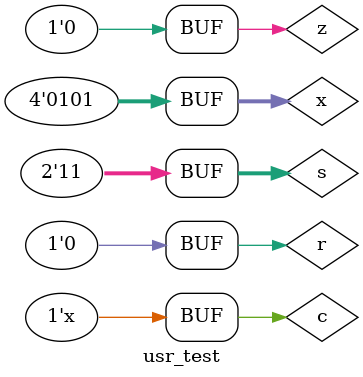
<source format=v>
`timescale 1ns / 1ps



module usr_test;

	// Inputs
	reg [3:0] x;
	reg z;
	reg c;
	reg r;
	reg [1:0] s;

	// Outputs
	wire [3:0] y;

	// Instantiate the Unit Under Test (UUT)
	usr uut (
		.y(y), 
		.x(x), 
		.z(z), 
		.c(c), 
		.r(r), 
		.s(s)
	);

	initial begin
		// Initialize Inputs
		x = 4'b0000;
		z = 0;
		c = 0;
		r = 0;
		s = 2'b00;

		
		#3;
		s=2'b01;
		x=4'b1010;
		
		#6;
		r=1;
		#3;
		r=0;
		s=2'b00;
		#3;
		s=2'b01;
		x=4'b0101;
		#6;
		s=2'b10;
		z=1;
		#3;
		z=1;
		#3;
		s=2'b11;
		z=1;
		#3;
		z=0;
		
        
		

	end
     always #2 c=~c; 
endmodule


</source>
